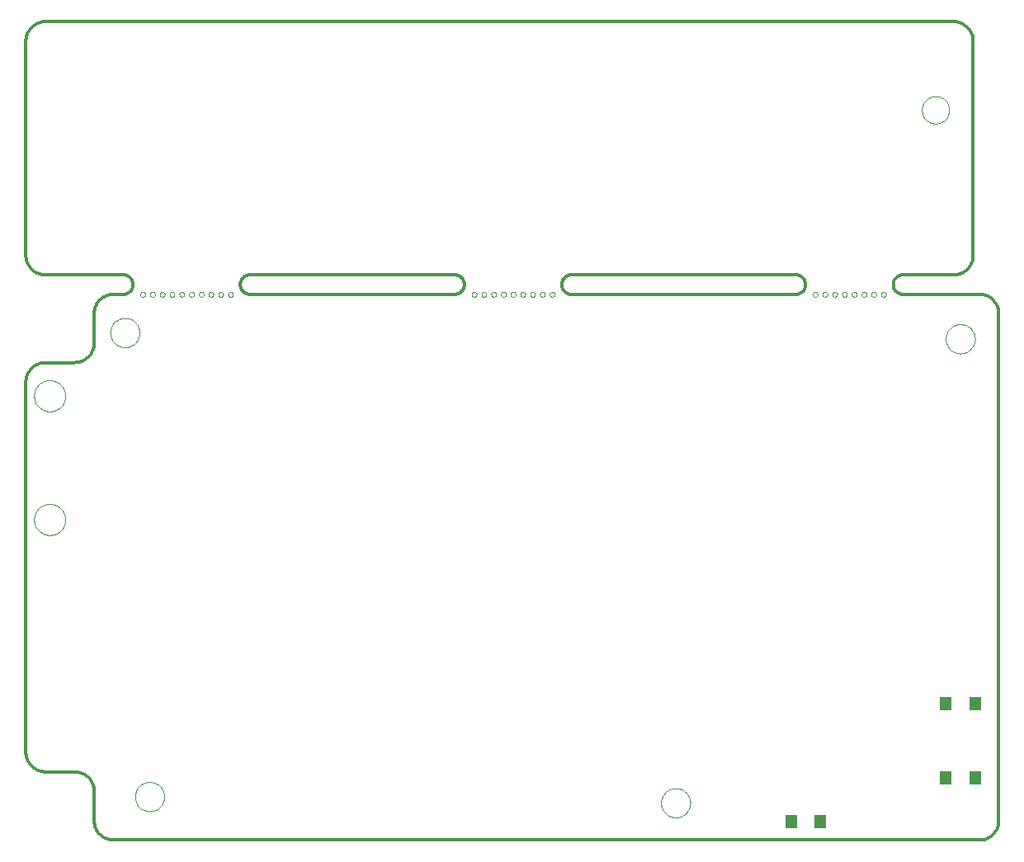
<source format=gbp>
G75*
%MOIN*%
%OFA0B0*%
%FSLAX24Y24*%
%IPPOS*%
%LPD*%
%AMOC8*
5,1,8,0,0,1.08239X$1,22.5*
%
%ADD10C,0.0120*%
%ADD11C,0.0000*%
%ADD12R,0.0472X0.0551*%
D10*
X007011Y006459D02*
X007011Y021420D01*
X007013Y021474D01*
X007018Y021527D01*
X007027Y021580D01*
X007040Y021632D01*
X007056Y021684D01*
X007076Y021734D01*
X007099Y021782D01*
X007126Y021829D01*
X007155Y021874D01*
X007188Y021917D01*
X007223Y021957D01*
X007261Y021995D01*
X007301Y022030D01*
X007344Y022063D01*
X007389Y022092D01*
X007436Y022119D01*
X007484Y022142D01*
X007534Y022162D01*
X007586Y022178D01*
X007638Y022191D01*
X007691Y022200D01*
X007744Y022205D01*
X007798Y022207D01*
X008979Y022207D01*
X008979Y022208D02*
X009033Y022210D01*
X009086Y022215D01*
X009139Y022224D01*
X009191Y022237D01*
X009243Y022253D01*
X009293Y022273D01*
X009341Y022296D01*
X009388Y022323D01*
X009433Y022352D01*
X009476Y022385D01*
X009516Y022420D01*
X009554Y022458D01*
X009589Y022498D01*
X009622Y022541D01*
X009651Y022586D01*
X009678Y022633D01*
X009701Y022681D01*
X009721Y022731D01*
X009737Y022783D01*
X009750Y022835D01*
X009759Y022888D01*
X009764Y022941D01*
X009766Y022995D01*
X009767Y022995D02*
X009767Y024176D01*
X009769Y024230D01*
X009774Y024283D01*
X009783Y024336D01*
X009796Y024388D01*
X009812Y024440D01*
X009832Y024490D01*
X009855Y024538D01*
X009882Y024585D01*
X009911Y024630D01*
X009944Y024673D01*
X009979Y024713D01*
X010017Y024751D01*
X010057Y024786D01*
X010100Y024819D01*
X010145Y024848D01*
X010192Y024875D01*
X010240Y024898D01*
X010290Y024918D01*
X010342Y024934D01*
X010394Y024947D01*
X010447Y024956D01*
X010500Y024961D01*
X010554Y024963D01*
X010948Y024963D01*
X010987Y024965D01*
X011025Y024971D01*
X011062Y024980D01*
X011099Y024993D01*
X011134Y025010D01*
X011167Y025029D01*
X011198Y025052D01*
X011227Y025078D01*
X011253Y025107D01*
X011276Y025138D01*
X011295Y025171D01*
X011312Y025206D01*
X011325Y025243D01*
X011334Y025280D01*
X011340Y025318D01*
X011342Y025357D01*
X011340Y025396D01*
X011334Y025434D01*
X011325Y025471D01*
X011312Y025508D01*
X011295Y025543D01*
X011276Y025576D01*
X011253Y025607D01*
X011227Y025636D01*
X011198Y025662D01*
X011167Y025685D01*
X011134Y025704D01*
X011099Y025721D01*
X011062Y025734D01*
X011025Y025743D01*
X010987Y025749D01*
X010948Y025751D01*
X007798Y025751D01*
X007744Y025753D01*
X007691Y025758D01*
X007638Y025767D01*
X007586Y025780D01*
X007534Y025796D01*
X007484Y025816D01*
X007436Y025839D01*
X007389Y025866D01*
X007344Y025895D01*
X007301Y025928D01*
X007261Y025963D01*
X007223Y026001D01*
X007188Y026041D01*
X007155Y026084D01*
X007126Y026129D01*
X007099Y026176D01*
X007076Y026224D01*
X007056Y026274D01*
X007040Y026326D01*
X007027Y026378D01*
X007018Y026431D01*
X007013Y026484D01*
X007011Y026538D01*
X007011Y035199D01*
X007013Y035253D01*
X007018Y035306D01*
X007027Y035359D01*
X007040Y035411D01*
X007056Y035463D01*
X007076Y035513D01*
X007099Y035561D01*
X007126Y035608D01*
X007155Y035653D01*
X007188Y035696D01*
X007223Y035736D01*
X007261Y035774D01*
X007301Y035809D01*
X007344Y035842D01*
X007389Y035871D01*
X007436Y035898D01*
X007484Y035921D01*
X007534Y035941D01*
X007586Y035957D01*
X007638Y035970D01*
X007691Y035979D01*
X007744Y035984D01*
X007798Y035986D01*
X007798Y035987D02*
X044491Y035987D01*
X044491Y035986D02*
X044545Y035984D01*
X044598Y035979D01*
X044651Y035970D01*
X044703Y035957D01*
X044755Y035941D01*
X044805Y035921D01*
X044853Y035898D01*
X044900Y035871D01*
X044945Y035842D01*
X044988Y035809D01*
X045028Y035774D01*
X045066Y035736D01*
X045101Y035696D01*
X045134Y035653D01*
X045163Y035608D01*
X045190Y035561D01*
X045213Y035513D01*
X045233Y035463D01*
X045249Y035411D01*
X045262Y035359D01*
X045271Y035306D01*
X045276Y035253D01*
X045278Y035199D01*
X045279Y035199D02*
X045279Y026538D01*
X045278Y026538D02*
X045276Y026484D01*
X045271Y026431D01*
X045262Y026378D01*
X045249Y026326D01*
X045233Y026274D01*
X045213Y026224D01*
X045190Y026176D01*
X045163Y026129D01*
X045134Y026084D01*
X045101Y026041D01*
X045066Y026001D01*
X045028Y025963D01*
X044988Y025928D01*
X044945Y025895D01*
X044900Y025866D01*
X044853Y025839D01*
X044805Y025816D01*
X044755Y025796D01*
X044703Y025780D01*
X044651Y025767D01*
X044598Y025758D01*
X044545Y025753D01*
X044491Y025751D01*
X042444Y025751D01*
X042405Y025749D01*
X042367Y025743D01*
X042330Y025734D01*
X042293Y025721D01*
X042258Y025704D01*
X042225Y025685D01*
X042194Y025662D01*
X042165Y025636D01*
X042139Y025607D01*
X042116Y025576D01*
X042097Y025543D01*
X042080Y025508D01*
X042067Y025471D01*
X042058Y025434D01*
X042052Y025396D01*
X042050Y025357D01*
X042052Y025318D01*
X042058Y025280D01*
X042067Y025243D01*
X042080Y025206D01*
X042097Y025171D01*
X042116Y025138D01*
X042139Y025107D01*
X042165Y025078D01*
X042194Y025052D01*
X042225Y025029D01*
X042258Y025010D01*
X042293Y024993D01*
X042330Y024980D01*
X042367Y024971D01*
X042405Y024965D01*
X042444Y024963D01*
X045594Y024963D01*
X045593Y024963D02*
X045647Y024958D01*
X045699Y024950D01*
X045751Y024938D01*
X045802Y024922D01*
X045852Y024902D01*
X045901Y024879D01*
X045947Y024853D01*
X045991Y024823D01*
X046034Y024790D01*
X046074Y024754D01*
X046111Y024716D01*
X046145Y024675D01*
X046176Y024632D01*
X046205Y024586D01*
X046229Y024539D01*
X046251Y024490D01*
X046269Y024440D01*
X046283Y024388D01*
X046293Y024336D01*
X046300Y024282D01*
X046303Y024229D01*
X046302Y024176D01*
X046302Y003703D01*
X046303Y003650D01*
X046300Y003597D01*
X046293Y003543D01*
X046283Y003491D01*
X046269Y003439D01*
X046251Y003389D01*
X046229Y003340D01*
X046205Y003293D01*
X046176Y003247D01*
X046145Y003204D01*
X046111Y003163D01*
X046074Y003125D01*
X046034Y003089D01*
X045991Y003056D01*
X045947Y003026D01*
X045901Y003000D01*
X045852Y002977D01*
X045802Y002957D01*
X045751Y002941D01*
X045699Y002929D01*
X045647Y002921D01*
X045593Y002916D01*
X045594Y002916D02*
X010554Y002916D01*
X010500Y002918D01*
X010447Y002923D01*
X010394Y002932D01*
X010342Y002945D01*
X010290Y002961D01*
X010240Y002981D01*
X010192Y003004D01*
X010145Y003031D01*
X010100Y003060D01*
X010057Y003093D01*
X010017Y003128D01*
X009979Y003166D01*
X009944Y003206D01*
X009911Y003249D01*
X009882Y003294D01*
X009855Y003341D01*
X009832Y003389D01*
X009812Y003439D01*
X009796Y003491D01*
X009783Y003543D01*
X009774Y003596D01*
X009769Y003649D01*
X009767Y003703D01*
X009767Y004884D01*
X009766Y004884D02*
X009764Y004938D01*
X009759Y004991D01*
X009750Y005044D01*
X009737Y005096D01*
X009721Y005148D01*
X009701Y005198D01*
X009678Y005246D01*
X009651Y005293D01*
X009622Y005338D01*
X009589Y005381D01*
X009554Y005421D01*
X009516Y005459D01*
X009476Y005494D01*
X009433Y005527D01*
X009388Y005556D01*
X009341Y005583D01*
X009293Y005606D01*
X009243Y005626D01*
X009191Y005642D01*
X009139Y005655D01*
X009086Y005664D01*
X009033Y005669D01*
X008979Y005671D01*
X008979Y005672D02*
X007798Y005672D01*
X007744Y005674D01*
X007691Y005679D01*
X007638Y005688D01*
X007586Y005701D01*
X007534Y005717D01*
X007484Y005737D01*
X007436Y005760D01*
X007389Y005787D01*
X007344Y005816D01*
X007301Y005849D01*
X007261Y005884D01*
X007223Y005922D01*
X007188Y005962D01*
X007155Y006005D01*
X007126Y006050D01*
X007099Y006097D01*
X007076Y006145D01*
X007056Y006195D01*
X007040Y006247D01*
X007027Y006299D01*
X007018Y006352D01*
X007013Y006405D01*
X007011Y006459D01*
X016066Y024963D02*
X024334Y024963D01*
X024373Y024965D01*
X024411Y024971D01*
X024448Y024980D01*
X024485Y024993D01*
X024520Y025010D01*
X024553Y025029D01*
X024584Y025052D01*
X024613Y025078D01*
X024639Y025107D01*
X024662Y025138D01*
X024681Y025171D01*
X024698Y025206D01*
X024711Y025243D01*
X024720Y025280D01*
X024726Y025318D01*
X024728Y025357D01*
X024726Y025396D01*
X024720Y025434D01*
X024711Y025471D01*
X024698Y025508D01*
X024681Y025543D01*
X024662Y025576D01*
X024639Y025607D01*
X024613Y025636D01*
X024584Y025662D01*
X024553Y025685D01*
X024520Y025704D01*
X024485Y025721D01*
X024448Y025734D01*
X024411Y025743D01*
X024373Y025749D01*
X024334Y025751D01*
X016066Y025751D01*
X015672Y025357D02*
X015674Y025318D01*
X015680Y025280D01*
X015689Y025243D01*
X015702Y025206D01*
X015719Y025171D01*
X015738Y025138D01*
X015761Y025107D01*
X015787Y025078D01*
X015816Y025052D01*
X015847Y025029D01*
X015880Y025010D01*
X015915Y024993D01*
X015952Y024980D01*
X015989Y024971D01*
X016027Y024965D01*
X016066Y024963D01*
X015672Y025357D02*
X015674Y025396D01*
X015680Y025434D01*
X015689Y025471D01*
X015702Y025508D01*
X015719Y025543D01*
X015738Y025576D01*
X015761Y025607D01*
X015787Y025636D01*
X015816Y025662D01*
X015847Y025685D01*
X015880Y025704D01*
X015915Y025721D01*
X015952Y025734D01*
X015989Y025743D01*
X016027Y025749D01*
X016066Y025751D01*
X029058Y025751D02*
X038113Y025751D01*
X038507Y025357D02*
X038505Y025318D01*
X038499Y025280D01*
X038490Y025243D01*
X038477Y025206D01*
X038460Y025171D01*
X038441Y025138D01*
X038418Y025107D01*
X038392Y025078D01*
X038363Y025052D01*
X038332Y025029D01*
X038299Y025010D01*
X038264Y024993D01*
X038227Y024980D01*
X038190Y024971D01*
X038152Y024965D01*
X038113Y024963D01*
X029058Y024963D01*
X028664Y025357D02*
X028666Y025396D01*
X028672Y025434D01*
X028681Y025471D01*
X028694Y025508D01*
X028711Y025543D01*
X028730Y025576D01*
X028753Y025607D01*
X028779Y025636D01*
X028808Y025662D01*
X028839Y025685D01*
X028872Y025704D01*
X028907Y025721D01*
X028944Y025734D01*
X028981Y025743D01*
X029019Y025749D01*
X029058Y025751D01*
X028664Y025357D02*
X028666Y025318D01*
X028672Y025280D01*
X028681Y025243D01*
X028694Y025206D01*
X028711Y025171D01*
X028730Y025138D01*
X028753Y025107D01*
X028779Y025078D01*
X028808Y025052D01*
X028839Y025029D01*
X028872Y025010D01*
X028907Y024993D01*
X028944Y024980D01*
X028981Y024971D01*
X029019Y024965D01*
X029058Y024963D01*
X038113Y025751D02*
X038152Y025749D01*
X038190Y025743D01*
X038227Y025734D01*
X038264Y025721D01*
X038299Y025704D01*
X038332Y025685D01*
X038363Y025662D01*
X038392Y025636D01*
X038418Y025607D01*
X038441Y025576D01*
X038460Y025543D01*
X038477Y025508D01*
X038490Y025471D01*
X038499Y025434D01*
X038505Y025396D01*
X038507Y025357D01*
D11*
X038803Y024963D02*
X038805Y024982D01*
X038810Y025001D01*
X038820Y025017D01*
X038832Y025032D01*
X038847Y025044D01*
X038863Y025054D01*
X038882Y025059D01*
X038901Y025061D01*
X038920Y025059D01*
X038939Y025054D01*
X038955Y025044D01*
X038970Y025032D01*
X038982Y025017D01*
X038992Y025001D01*
X038997Y024982D01*
X038999Y024963D01*
X038997Y024944D01*
X038992Y024925D01*
X038982Y024909D01*
X038970Y024894D01*
X038955Y024882D01*
X038939Y024872D01*
X038920Y024867D01*
X038901Y024865D01*
X038882Y024867D01*
X038863Y024872D01*
X038847Y024882D01*
X038832Y024894D01*
X038820Y024909D01*
X038810Y024925D01*
X038805Y024944D01*
X038803Y024963D01*
X039196Y024963D02*
X039198Y024982D01*
X039203Y025001D01*
X039213Y025017D01*
X039225Y025032D01*
X039240Y025044D01*
X039256Y025054D01*
X039275Y025059D01*
X039294Y025061D01*
X039313Y025059D01*
X039332Y025054D01*
X039348Y025044D01*
X039363Y025032D01*
X039375Y025017D01*
X039385Y025001D01*
X039390Y024982D01*
X039392Y024963D01*
X039390Y024944D01*
X039385Y024925D01*
X039375Y024909D01*
X039363Y024894D01*
X039348Y024882D01*
X039332Y024872D01*
X039313Y024867D01*
X039294Y024865D01*
X039275Y024867D01*
X039256Y024872D01*
X039240Y024882D01*
X039225Y024894D01*
X039213Y024909D01*
X039203Y024925D01*
X039198Y024944D01*
X039196Y024963D01*
X039590Y024963D02*
X039592Y024982D01*
X039597Y025001D01*
X039607Y025017D01*
X039619Y025032D01*
X039634Y025044D01*
X039650Y025054D01*
X039669Y025059D01*
X039688Y025061D01*
X039707Y025059D01*
X039726Y025054D01*
X039742Y025044D01*
X039757Y025032D01*
X039769Y025017D01*
X039779Y025001D01*
X039784Y024982D01*
X039786Y024963D01*
X039784Y024944D01*
X039779Y024925D01*
X039769Y024909D01*
X039757Y024894D01*
X039742Y024882D01*
X039726Y024872D01*
X039707Y024867D01*
X039688Y024865D01*
X039669Y024867D01*
X039650Y024872D01*
X039634Y024882D01*
X039619Y024894D01*
X039607Y024909D01*
X039597Y024925D01*
X039592Y024944D01*
X039590Y024963D01*
X039984Y024963D02*
X039986Y024982D01*
X039991Y025001D01*
X040001Y025017D01*
X040013Y025032D01*
X040028Y025044D01*
X040044Y025054D01*
X040063Y025059D01*
X040082Y025061D01*
X040101Y025059D01*
X040120Y025054D01*
X040136Y025044D01*
X040151Y025032D01*
X040163Y025017D01*
X040173Y025001D01*
X040178Y024982D01*
X040180Y024963D01*
X040178Y024944D01*
X040173Y024925D01*
X040163Y024909D01*
X040151Y024894D01*
X040136Y024882D01*
X040120Y024872D01*
X040101Y024867D01*
X040082Y024865D01*
X040063Y024867D01*
X040044Y024872D01*
X040028Y024882D01*
X040013Y024894D01*
X040001Y024909D01*
X039991Y024925D01*
X039986Y024944D01*
X039984Y024963D01*
X040377Y024963D02*
X040379Y024982D01*
X040384Y025001D01*
X040394Y025017D01*
X040406Y025032D01*
X040421Y025044D01*
X040437Y025054D01*
X040456Y025059D01*
X040475Y025061D01*
X040494Y025059D01*
X040513Y025054D01*
X040529Y025044D01*
X040544Y025032D01*
X040556Y025017D01*
X040566Y025001D01*
X040571Y024982D01*
X040573Y024963D01*
X040571Y024944D01*
X040566Y024925D01*
X040556Y024909D01*
X040544Y024894D01*
X040529Y024882D01*
X040513Y024872D01*
X040494Y024867D01*
X040475Y024865D01*
X040456Y024867D01*
X040437Y024872D01*
X040421Y024882D01*
X040406Y024894D01*
X040394Y024909D01*
X040384Y024925D01*
X040379Y024944D01*
X040377Y024963D01*
X040771Y024963D02*
X040773Y024982D01*
X040778Y025001D01*
X040788Y025017D01*
X040800Y025032D01*
X040815Y025044D01*
X040831Y025054D01*
X040850Y025059D01*
X040869Y025061D01*
X040888Y025059D01*
X040907Y025054D01*
X040923Y025044D01*
X040938Y025032D01*
X040950Y025017D01*
X040960Y025001D01*
X040965Y024982D01*
X040967Y024963D01*
X040965Y024944D01*
X040960Y024925D01*
X040950Y024909D01*
X040938Y024894D01*
X040923Y024882D01*
X040907Y024872D01*
X040888Y024867D01*
X040869Y024865D01*
X040850Y024867D01*
X040831Y024872D01*
X040815Y024882D01*
X040800Y024894D01*
X040788Y024909D01*
X040778Y024925D01*
X040773Y024944D01*
X040771Y024963D01*
X041165Y024963D02*
X041167Y024982D01*
X041172Y025001D01*
X041182Y025017D01*
X041194Y025032D01*
X041209Y025044D01*
X041225Y025054D01*
X041244Y025059D01*
X041263Y025061D01*
X041282Y025059D01*
X041301Y025054D01*
X041317Y025044D01*
X041332Y025032D01*
X041344Y025017D01*
X041354Y025001D01*
X041359Y024982D01*
X041361Y024963D01*
X041359Y024944D01*
X041354Y024925D01*
X041344Y024909D01*
X041332Y024894D01*
X041317Y024882D01*
X041301Y024872D01*
X041282Y024867D01*
X041263Y024865D01*
X041244Y024867D01*
X041225Y024872D01*
X041209Y024882D01*
X041194Y024894D01*
X041182Y024909D01*
X041172Y024925D01*
X041167Y024944D01*
X041165Y024963D01*
X041558Y024963D02*
X041560Y024982D01*
X041565Y025001D01*
X041575Y025017D01*
X041587Y025032D01*
X041602Y025044D01*
X041618Y025054D01*
X041637Y025059D01*
X041656Y025061D01*
X041675Y025059D01*
X041694Y025054D01*
X041710Y025044D01*
X041725Y025032D01*
X041737Y025017D01*
X041747Y025001D01*
X041752Y024982D01*
X041754Y024963D01*
X041752Y024944D01*
X041747Y024925D01*
X041737Y024909D01*
X041725Y024894D01*
X041710Y024882D01*
X041694Y024872D01*
X041675Y024867D01*
X041656Y024865D01*
X041637Y024867D01*
X041618Y024872D01*
X041602Y024882D01*
X041587Y024894D01*
X041575Y024909D01*
X041565Y024925D01*
X041560Y024944D01*
X041558Y024963D01*
X044170Y023166D02*
X044172Y023214D01*
X044178Y023262D01*
X044188Y023309D01*
X044201Y023355D01*
X044219Y023400D01*
X044239Y023444D01*
X044264Y023486D01*
X044292Y023525D01*
X044322Y023562D01*
X044356Y023596D01*
X044393Y023628D01*
X044431Y023657D01*
X044472Y023682D01*
X044515Y023704D01*
X044560Y023722D01*
X044606Y023736D01*
X044653Y023747D01*
X044701Y023754D01*
X044749Y023757D01*
X044797Y023756D01*
X044845Y023751D01*
X044893Y023742D01*
X044939Y023730D01*
X044984Y023713D01*
X045028Y023693D01*
X045070Y023670D01*
X045110Y023643D01*
X045148Y023613D01*
X045183Y023580D01*
X045215Y023544D01*
X045245Y023506D01*
X045271Y023465D01*
X045293Y023422D01*
X045313Y023378D01*
X045328Y023333D01*
X045340Y023286D01*
X045348Y023238D01*
X045352Y023190D01*
X045352Y023142D01*
X045348Y023094D01*
X045340Y023046D01*
X045328Y022999D01*
X045313Y022954D01*
X045293Y022910D01*
X045271Y022867D01*
X045245Y022826D01*
X045215Y022788D01*
X045183Y022752D01*
X045148Y022719D01*
X045110Y022689D01*
X045070Y022662D01*
X045028Y022639D01*
X044984Y022619D01*
X044939Y022602D01*
X044893Y022590D01*
X044845Y022581D01*
X044797Y022576D01*
X044749Y022575D01*
X044701Y022578D01*
X044653Y022585D01*
X044606Y022596D01*
X044560Y022610D01*
X044515Y022628D01*
X044472Y022650D01*
X044431Y022675D01*
X044393Y022704D01*
X044356Y022736D01*
X044322Y022770D01*
X044292Y022807D01*
X044264Y022846D01*
X044239Y022888D01*
X044219Y022932D01*
X044201Y022977D01*
X044188Y023023D01*
X044178Y023070D01*
X044172Y023118D01*
X044170Y023166D01*
X043210Y032416D02*
X043212Y032463D01*
X043218Y032509D01*
X043228Y032555D01*
X043241Y032600D01*
X043259Y032643D01*
X043280Y032685D01*
X043304Y032725D01*
X043332Y032762D01*
X043363Y032797D01*
X043397Y032830D01*
X043433Y032859D01*
X043472Y032885D01*
X043513Y032908D01*
X043556Y032927D01*
X043600Y032943D01*
X043645Y032955D01*
X043691Y032963D01*
X043738Y032967D01*
X043784Y032967D01*
X043831Y032963D01*
X043877Y032955D01*
X043922Y032943D01*
X043966Y032927D01*
X044009Y032908D01*
X044050Y032885D01*
X044089Y032859D01*
X044125Y032830D01*
X044159Y032797D01*
X044190Y032762D01*
X044218Y032725D01*
X044242Y032685D01*
X044263Y032643D01*
X044281Y032600D01*
X044294Y032555D01*
X044304Y032509D01*
X044310Y032463D01*
X044312Y032416D01*
X044310Y032369D01*
X044304Y032323D01*
X044294Y032277D01*
X044281Y032232D01*
X044263Y032189D01*
X044242Y032147D01*
X044218Y032107D01*
X044190Y032070D01*
X044159Y032035D01*
X044125Y032002D01*
X044089Y031973D01*
X044050Y031947D01*
X044009Y031924D01*
X043966Y031905D01*
X043922Y031889D01*
X043877Y031877D01*
X043831Y031869D01*
X043784Y031865D01*
X043738Y031865D01*
X043691Y031869D01*
X043645Y031877D01*
X043600Y031889D01*
X043556Y031905D01*
X043513Y031924D01*
X043472Y031947D01*
X043433Y031973D01*
X043397Y032002D01*
X043363Y032035D01*
X043332Y032070D01*
X043304Y032107D01*
X043280Y032147D01*
X043259Y032189D01*
X043241Y032232D01*
X043228Y032277D01*
X043218Y032323D01*
X043212Y032369D01*
X043210Y032416D01*
X028173Y024963D02*
X028175Y024982D01*
X028180Y025001D01*
X028190Y025017D01*
X028202Y025032D01*
X028217Y025044D01*
X028233Y025054D01*
X028252Y025059D01*
X028271Y025061D01*
X028290Y025059D01*
X028309Y025054D01*
X028325Y025044D01*
X028340Y025032D01*
X028352Y025017D01*
X028362Y025001D01*
X028367Y024982D01*
X028369Y024963D01*
X028367Y024944D01*
X028362Y024925D01*
X028352Y024909D01*
X028340Y024894D01*
X028325Y024882D01*
X028309Y024872D01*
X028290Y024867D01*
X028271Y024865D01*
X028252Y024867D01*
X028233Y024872D01*
X028217Y024882D01*
X028202Y024894D01*
X028190Y024909D01*
X028180Y024925D01*
X028175Y024944D01*
X028173Y024963D01*
X027779Y024963D02*
X027781Y024982D01*
X027786Y025001D01*
X027796Y025017D01*
X027808Y025032D01*
X027823Y025044D01*
X027839Y025054D01*
X027858Y025059D01*
X027877Y025061D01*
X027896Y025059D01*
X027915Y025054D01*
X027931Y025044D01*
X027946Y025032D01*
X027958Y025017D01*
X027968Y025001D01*
X027973Y024982D01*
X027975Y024963D01*
X027973Y024944D01*
X027968Y024925D01*
X027958Y024909D01*
X027946Y024894D01*
X027931Y024882D01*
X027915Y024872D01*
X027896Y024867D01*
X027877Y024865D01*
X027858Y024867D01*
X027839Y024872D01*
X027823Y024882D01*
X027808Y024894D01*
X027796Y024909D01*
X027786Y024925D01*
X027781Y024944D01*
X027779Y024963D01*
X027385Y024963D02*
X027387Y024982D01*
X027392Y025001D01*
X027402Y025017D01*
X027414Y025032D01*
X027429Y025044D01*
X027445Y025054D01*
X027464Y025059D01*
X027483Y025061D01*
X027502Y025059D01*
X027521Y025054D01*
X027537Y025044D01*
X027552Y025032D01*
X027564Y025017D01*
X027574Y025001D01*
X027579Y024982D01*
X027581Y024963D01*
X027579Y024944D01*
X027574Y024925D01*
X027564Y024909D01*
X027552Y024894D01*
X027537Y024882D01*
X027521Y024872D01*
X027502Y024867D01*
X027483Y024865D01*
X027464Y024867D01*
X027445Y024872D01*
X027429Y024882D01*
X027414Y024894D01*
X027402Y024909D01*
X027392Y024925D01*
X027387Y024944D01*
X027385Y024963D01*
X026992Y024963D02*
X026994Y024982D01*
X026999Y025001D01*
X027009Y025017D01*
X027021Y025032D01*
X027036Y025044D01*
X027052Y025054D01*
X027071Y025059D01*
X027090Y025061D01*
X027109Y025059D01*
X027128Y025054D01*
X027144Y025044D01*
X027159Y025032D01*
X027171Y025017D01*
X027181Y025001D01*
X027186Y024982D01*
X027188Y024963D01*
X027186Y024944D01*
X027181Y024925D01*
X027171Y024909D01*
X027159Y024894D01*
X027144Y024882D01*
X027128Y024872D01*
X027109Y024867D01*
X027090Y024865D01*
X027071Y024867D01*
X027052Y024872D01*
X027036Y024882D01*
X027021Y024894D01*
X027009Y024909D01*
X026999Y024925D01*
X026994Y024944D01*
X026992Y024963D01*
X026598Y024963D02*
X026600Y024982D01*
X026605Y025001D01*
X026615Y025017D01*
X026627Y025032D01*
X026642Y025044D01*
X026658Y025054D01*
X026677Y025059D01*
X026696Y025061D01*
X026715Y025059D01*
X026734Y025054D01*
X026750Y025044D01*
X026765Y025032D01*
X026777Y025017D01*
X026787Y025001D01*
X026792Y024982D01*
X026794Y024963D01*
X026792Y024944D01*
X026787Y024925D01*
X026777Y024909D01*
X026765Y024894D01*
X026750Y024882D01*
X026734Y024872D01*
X026715Y024867D01*
X026696Y024865D01*
X026677Y024867D01*
X026658Y024872D01*
X026642Y024882D01*
X026627Y024894D01*
X026615Y024909D01*
X026605Y024925D01*
X026600Y024944D01*
X026598Y024963D01*
X026204Y024963D02*
X026206Y024982D01*
X026211Y025001D01*
X026221Y025017D01*
X026233Y025032D01*
X026248Y025044D01*
X026264Y025054D01*
X026283Y025059D01*
X026302Y025061D01*
X026321Y025059D01*
X026340Y025054D01*
X026356Y025044D01*
X026371Y025032D01*
X026383Y025017D01*
X026393Y025001D01*
X026398Y024982D01*
X026400Y024963D01*
X026398Y024944D01*
X026393Y024925D01*
X026383Y024909D01*
X026371Y024894D01*
X026356Y024882D01*
X026340Y024872D01*
X026321Y024867D01*
X026302Y024865D01*
X026283Y024867D01*
X026264Y024872D01*
X026248Y024882D01*
X026233Y024894D01*
X026221Y024909D01*
X026211Y024925D01*
X026206Y024944D01*
X026204Y024963D01*
X025810Y024963D02*
X025812Y024982D01*
X025817Y025001D01*
X025827Y025017D01*
X025839Y025032D01*
X025854Y025044D01*
X025870Y025054D01*
X025889Y025059D01*
X025908Y025061D01*
X025927Y025059D01*
X025946Y025054D01*
X025962Y025044D01*
X025977Y025032D01*
X025989Y025017D01*
X025999Y025001D01*
X026004Y024982D01*
X026006Y024963D01*
X026004Y024944D01*
X025999Y024925D01*
X025989Y024909D01*
X025977Y024894D01*
X025962Y024882D01*
X025946Y024872D01*
X025927Y024867D01*
X025908Y024865D01*
X025889Y024867D01*
X025870Y024872D01*
X025854Y024882D01*
X025839Y024894D01*
X025827Y024909D01*
X025817Y024925D01*
X025812Y024944D01*
X025810Y024963D01*
X025417Y024963D02*
X025419Y024982D01*
X025424Y025001D01*
X025434Y025017D01*
X025446Y025032D01*
X025461Y025044D01*
X025477Y025054D01*
X025496Y025059D01*
X025515Y025061D01*
X025534Y025059D01*
X025553Y025054D01*
X025569Y025044D01*
X025584Y025032D01*
X025596Y025017D01*
X025606Y025001D01*
X025611Y024982D01*
X025613Y024963D01*
X025611Y024944D01*
X025606Y024925D01*
X025596Y024909D01*
X025584Y024894D01*
X025569Y024882D01*
X025553Y024872D01*
X025534Y024867D01*
X025515Y024865D01*
X025496Y024867D01*
X025477Y024872D01*
X025461Y024882D01*
X025446Y024894D01*
X025434Y024909D01*
X025424Y024925D01*
X025419Y024944D01*
X025417Y024963D01*
X025023Y024963D02*
X025025Y024982D01*
X025030Y025001D01*
X025040Y025017D01*
X025052Y025032D01*
X025067Y025044D01*
X025083Y025054D01*
X025102Y025059D01*
X025121Y025061D01*
X025140Y025059D01*
X025159Y025054D01*
X025175Y025044D01*
X025190Y025032D01*
X025202Y025017D01*
X025212Y025001D01*
X025217Y024982D01*
X025219Y024963D01*
X025217Y024944D01*
X025212Y024925D01*
X025202Y024909D01*
X025190Y024894D01*
X025175Y024882D01*
X025159Y024872D01*
X025140Y024867D01*
X025121Y024865D01*
X025102Y024867D01*
X025083Y024872D01*
X025067Y024882D01*
X025052Y024894D01*
X025040Y024909D01*
X025030Y024925D01*
X025025Y024944D01*
X025023Y024963D01*
X015181Y024963D02*
X015183Y024982D01*
X015188Y025001D01*
X015198Y025017D01*
X015210Y025032D01*
X015225Y025044D01*
X015241Y025054D01*
X015260Y025059D01*
X015279Y025061D01*
X015298Y025059D01*
X015317Y025054D01*
X015333Y025044D01*
X015348Y025032D01*
X015360Y025017D01*
X015370Y025001D01*
X015375Y024982D01*
X015377Y024963D01*
X015375Y024944D01*
X015370Y024925D01*
X015360Y024909D01*
X015348Y024894D01*
X015333Y024882D01*
X015317Y024872D01*
X015298Y024867D01*
X015279Y024865D01*
X015260Y024867D01*
X015241Y024872D01*
X015225Y024882D01*
X015210Y024894D01*
X015198Y024909D01*
X015188Y024925D01*
X015183Y024944D01*
X015181Y024963D01*
X014787Y024963D02*
X014789Y024982D01*
X014794Y025001D01*
X014804Y025017D01*
X014816Y025032D01*
X014831Y025044D01*
X014847Y025054D01*
X014866Y025059D01*
X014885Y025061D01*
X014904Y025059D01*
X014923Y025054D01*
X014939Y025044D01*
X014954Y025032D01*
X014966Y025017D01*
X014976Y025001D01*
X014981Y024982D01*
X014983Y024963D01*
X014981Y024944D01*
X014976Y024925D01*
X014966Y024909D01*
X014954Y024894D01*
X014939Y024882D01*
X014923Y024872D01*
X014904Y024867D01*
X014885Y024865D01*
X014866Y024867D01*
X014847Y024872D01*
X014831Y024882D01*
X014816Y024894D01*
X014804Y024909D01*
X014794Y024925D01*
X014789Y024944D01*
X014787Y024963D01*
X014393Y024963D02*
X014395Y024982D01*
X014400Y025001D01*
X014410Y025017D01*
X014422Y025032D01*
X014437Y025044D01*
X014453Y025054D01*
X014472Y025059D01*
X014491Y025061D01*
X014510Y025059D01*
X014529Y025054D01*
X014545Y025044D01*
X014560Y025032D01*
X014572Y025017D01*
X014582Y025001D01*
X014587Y024982D01*
X014589Y024963D01*
X014587Y024944D01*
X014582Y024925D01*
X014572Y024909D01*
X014560Y024894D01*
X014545Y024882D01*
X014529Y024872D01*
X014510Y024867D01*
X014491Y024865D01*
X014472Y024867D01*
X014453Y024872D01*
X014437Y024882D01*
X014422Y024894D01*
X014410Y024909D01*
X014400Y024925D01*
X014395Y024944D01*
X014393Y024963D01*
X013999Y024963D02*
X014001Y024982D01*
X014006Y025001D01*
X014016Y025017D01*
X014028Y025032D01*
X014043Y025044D01*
X014059Y025054D01*
X014078Y025059D01*
X014097Y025061D01*
X014116Y025059D01*
X014135Y025054D01*
X014151Y025044D01*
X014166Y025032D01*
X014178Y025017D01*
X014188Y025001D01*
X014193Y024982D01*
X014195Y024963D01*
X014193Y024944D01*
X014188Y024925D01*
X014178Y024909D01*
X014166Y024894D01*
X014151Y024882D01*
X014135Y024872D01*
X014116Y024867D01*
X014097Y024865D01*
X014078Y024867D01*
X014059Y024872D01*
X014043Y024882D01*
X014028Y024894D01*
X014016Y024909D01*
X014006Y024925D01*
X014001Y024944D01*
X013999Y024963D01*
X013606Y024963D02*
X013608Y024982D01*
X013613Y025001D01*
X013623Y025017D01*
X013635Y025032D01*
X013650Y025044D01*
X013666Y025054D01*
X013685Y025059D01*
X013704Y025061D01*
X013723Y025059D01*
X013742Y025054D01*
X013758Y025044D01*
X013773Y025032D01*
X013785Y025017D01*
X013795Y025001D01*
X013800Y024982D01*
X013802Y024963D01*
X013800Y024944D01*
X013795Y024925D01*
X013785Y024909D01*
X013773Y024894D01*
X013758Y024882D01*
X013742Y024872D01*
X013723Y024867D01*
X013704Y024865D01*
X013685Y024867D01*
X013666Y024872D01*
X013650Y024882D01*
X013635Y024894D01*
X013623Y024909D01*
X013613Y024925D01*
X013608Y024944D01*
X013606Y024963D01*
X013212Y024963D02*
X013214Y024982D01*
X013219Y025001D01*
X013229Y025017D01*
X013241Y025032D01*
X013256Y025044D01*
X013272Y025054D01*
X013291Y025059D01*
X013310Y025061D01*
X013329Y025059D01*
X013348Y025054D01*
X013364Y025044D01*
X013379Y025032D01*
X013391Y025017D01*
X013401Y025001D01*
X013406Y024982D01*
X013408Y024963D01*
X013406Y024944D01*
X013401Y024925D01*
X013391Y024909D01*
X013379Y024894D01*
X013364Y024882D01*
X013348Y024872D01*
X013329Y024867D01*
X013310Y024865D01*
X013291Y024867D01*
X013272Y024872D01*
X013256Y024882D01*
X013241Y024894D01*
X013229Y024909D01*
X013219Y024925D01*
X013214Y024944D01*
X013212Y024963D01*
X012818Y024963D02*
X012820Y024982D01*
X012825Y025001D01*
X012835Y025017D01*
X012847Y025032D01*
X012862Y025044D01*
X012878Y025054D01*
X012897Y025059D01*
X012916Y025061D01*
X012935Y025059D01*
X012954Y025054D01*
X012970Y025044D01*
X012985Y025032D01*
X012997Y025017D01*
X013007Y025001D01*
X013012Y024982D01*
X013014Y024963D01*
X013012Y024944D01*
X013007Y024925D01*
X012997Y024909D01*
X012985Y024894D01*
X012970Y024882D01*
X012954Y024872D01*
X012935Y024867D01*
X012916Y024865D01*
X012897Y024867D01*
X012878Y024872D01*
X012862Y024882D01*
X012847Y024894D01*
X012835Y024909D01*
X012825Y024925D01*
X012820Y024944D01*
X012818Y024963D01*
X012425Y024963D02*
X012427Y024982D01*
X012432Y025001D01*
X012442Y025017D01*
X012454Y025032D01*
X012469Y025044D01*
X012485Y025054D01*
X012504Y025059D01*
X012523Y025061D01*
X012542Y025059D01*
X012561Y025054D01*
X012577Y025044D01*
X012592Y025032D01*
X012604Y025017D01*
X012614Y025001D01*
X012619Y024982D01*
X012621Y024963D01*
X012619Y024944D01*
X012614Y024925D01*
X012604Y024909D01*
X012592Y024894D01*
X012577Y024882D01*
X012561Y024872D01*
X012542Y024867D01*
X012523Y024865D01*
X012504Y024867D01*
X012485Y024872D01*
X012469Y024882D01*
X012454Y024894D01*
X012442Y024909D01*
X012432Y024925D01*
X012427Y024944D01*
X012425Y024963D01*
X012031Y024963D02*
X012033Y024982D01*
X012038Y025001D01*
X012048Y025017D01*
X012060Y025032D01*
X012075Y025044D01*
X012091Y025054D01*
X012110Y025059D01*
X012129Y025061D01*
X012148Y025059D01*
X012167Y025054D01*
X012183Y025044D01*
X012198Y025032D01*
X012210Y025017D01*
X012220Y025001D01*
X012225Y024982D01*
X012227Y024963D01*
X012225Y024944D01*
X012220Y024925D01*
X012210Y024909D01*
X012198Y024894D01*
X012183Y024882D01*
X012167Y024872D01*
X012148Y024867D01*
X012129Y024865D01*
X012110Y024867D01*
X012091Y024872D01*
X012075Y024882D01*
X012060Y024894D01*
X012048Y024909D01*
X012038Y024925D01*
X012033Y024944D01*
X012031Y024963D01*
X011637Y024963D02*
X011639Y024982D01*
X011644Y025001D01*
X011654Y025017D01*
X011666Y025032D01*
X011681Y025044D01*
X011697Y025054D01*
X011716Y025059D01*
X011735Y025061D01*
X011754Y025059D01*
X011773Y025054D01*
X011789Y025044D01*
X011804Y025032D01*
X011816Y025017D01*
X011826Y025001D01*
X011831Y024982D01*
X011833Y024963D01*
X011831Y024944D01*
X011826Y024925D01*
X011816Y024909D01*
X011804Y024894D01*
X011789Y024882D01*
X011773Y024872D01*
X011754Y024867D01*
X011735Y024865D01*
X011716Y024867D01*
X011697Y024872D01*
X011681Y024882D01*
X011666Y024894D01*
X011654Y024909D01*
X011644Y024925D01*
X011639Y024944D01*
X011637Y024963D01*
X010420Y023416D02*
X010422Y023464D01*
X010428Y023512D01*
X010438Y023559D01*
X010451Y023605D01*
X010469Y023650D01*
X010489Y023694D01*
X010514Y023736D01*
X010542Y023775D01*
X010572Y023812D01*
X010606Y023846D01*
X010643Y023878D01*
X010681Y023907D01*
X010722Y023932D01*
X010765Y023954D01*
X010810Y023972D01*
X010856Y023986D01*
X010903Y023997D01*
X010951Y024004D01*
X010999Y024007D01*
X011047Y024006D01*
X011095Y024001D01*
X011143Y023992D01*
X011189Y023980D01*
X011234Y023963D01*
X011278Y023943D01*
X011320Y023920D01*
X011360Y023893D01*
X011398Y023863D01*
X011433Y023830D01*
X011465Y023794D01*
X011495Y023756D01*
X011521Y023715D01*
X011543Y023672D01*
X011563Y023628D01*
X011578Y023583D01*
X011590Y023536D01*
X011598Y023488D01*
X011602Y023440D01*
X011602Y023392D01*
X011598Y023344D01*
X011590Y023296D01*
X011578Y023249D01*
X011563Y023204D01*
X011543Y023160D01*
X011521Y023117D01*
X011495Y023076D01*
X011465Y023038D01*
X011433Y023002D01*
X011398Y022969D01*
X011360Y022939D01*
X011320Y022912D01*
X011278Y022889D01*
X011234Y022869D01*
X011189Y022852D01*
X011143Y022840D01*
X011095Y022831D01*
X011047Y022826D01*
X010999Y022825D01*
X010951Y022828D01*
X010903Y022835D01*
X010856Y022846D01*
X010810Y022860D01*
X010765Y022878D01*
X010722Y022900D01*
X010681Y022925D01*
X010643Y022954D01*
X010606Y022986D01*
X010572Y023020D01*
X010542Y023057D01*
X010514Y023096D01*
X010489Y023138D01*
X010469Y023182D01*
X010451Y023227D01*
X010438Y023273D01*
X010428Y023320D01*
X010422Y023368D01*
X010420Y023416D01*
X007341Y020863D02*
X007343Y020913D01*
X007349Y020963D01*
X007359Y021012D01*
X007373Y021060D01*
X007390Y021107D01*
X007411Y021152D01*
X007436Y021196D01*
X007464Y021237D01*
X007496Y021276D01*
X007530Y021313D01*
X007567Y021347D01*
X007607Y021377D01*
X007649Y021404D01*
X007693Y021428D01*
X007739Y021449D01*
X007786Y021465D01*
X007834Y021478D01*
X007884Y021487D01*
X007933Y021492D01*
X007984Y021493D01*
X008034Y021490D01*
X008083Y021483D01*
X008132Y021472D01*
X008180Y021457D01*
X008226Y021439D01*
X008271Y021417D01*
X008314Y021391D01*
X008355Y021362D01*
X008394Y021330D01*
X008430Y021295D01*
X008462Y021257D01*
X008492Y021217D01*
X008519Y021174D01*
X008542Y021130D01*
X008561Y021084D01*
X008577Y021036D01*
X008589Y020987D01*
X008597Y020938D01*
X008601Y020888D01*
X008601Y020838D01*
X008597Y020788D01*
X008589Y020739D01*
X008577Y020690D01*
X008561Y020642D01*
X008542Y020596D01*
X008519Y020552D01*
X008492Y020509D01*
X008462Y020469D01*
X008430Y020431D01*
X008394Y020396D01*
X008355Y020364D01*
X008314Y020335D01*
X008271Y020309D01*
X008226Y020287D01*
X008180Y020269D01*
X008132Y020254D01*
X008083Y020243D01*
X008034Y020236D01*
X007984Y020233D01*
X007933Y020234D01*
X007884Y020239D01*
X007834Y020248D01*
X007786Y020261D01*
X007739Y020277D01*
X007693Y020298D01*
X007649Y020322D01*
X007607Y020349D01*
X007567Y020379D01*
X007530Y020413D01*
X007496Y020450D01*
X007464Y020489D01*
X007436Y020530D01*
X007411Y020574D01*
X007390Y020619D01*
X007373Y020666D01*
X007359Y020714D01*
X007349Y020763D01*
X007343Y020813D01*
X007341Y020863D01*
X007341Y015863D02*
X007343Y015913D01*
X007349Y015963D01*
X007359Y016012D01*
X007373Y016060D01*
X007390Y016107D01*
X007411Y016152D01*
X007436Y016196D01*
X007464Y016237D01*
X007496Y016276D01*
X007530Y016313D01*
X007567Y016347D01*
X007607Y016377D01*
X007649Y016404D01*
X007693Y016428D01*
X007739Y016449D01*
X007786Y016465D01*
X007834Y016478D01*
X007884Y016487D01*
X007933Y016492D01*
X007984Y016493D01*
X008034Y016490D01*
X008083Y016483D01*
X008132Y016472D01*
X008180Y016457D01*
X008226Y016439D01*
X008271Y016417D01*
X008314Y016391D01*
X008355Y016362D01*
X008394Y016330D01*
X008430Y016295D01*
X008462Y016257D01*
X008492Y016217D01*
X008519Y016174D01*
X008542Y016130D01*
X008561Y016084D01*
X008577Y016036D01*
X008589Y015987D01*
X008597Y015938D01*
X008601Y015888D01*
X008601Y015838D01*
X008597Y015788D01*
X008589Y015739D01*
X008577Y015690D01*
X008561Y015642D01*
X008542Y015596D01*
X008519Y015552D01*
X008492Y015509D01*
X008462Y015469D01*
X008430Y015431D01*
X008394Y015396D01*
X008355Y015364D01*
X008314Y015335D01*
X008271Y015309D01*
X008226Y015287D01*
X008180Y015269D01*
X008132Y015254D01*
X008083Y015243D01*
X008034Y015236D01*
X007984Y015233D01*
X007933Y015234D01*
X007884Y015239D01*
X007834Y015248D01*
X007786Y015261D01*
X007739Y015277D01*
X007693Y015298D01*
X007649Y015322D01*
X007607Y015349D01*
X007567Y015379D01*
X007530Y015413D01*
X007496Y015450D01*
X007464Y015489D01*
X007436Y015530D01*
X007411Y015574D01*
X007390Y015619D01*
X007373Y015666D01*
X007359Y015714D01*
X007349Y015763D01*
X007343Y015813D01*
X007341Y015863D01*
X011420Y004666D02*
X011422Y004714D01*
X011428Y004762D01*
X011438Y004809D01*
X011451Y004855D01*
X011469Y004900D01*
X011489Y004944D01*
X011514Y004986D01*
X011542Y005025D01*
X011572Y005062D01*
X011606Y005096D01*
X011643Y005128D01*
X011681Y005157D01*
X011722Y005182D01*
X011765Y005204D01*
X011810Y005222D01*
X011856Y005236D01*
X011903Y005247D01*
X011951Y005254D01*
X011999Y005257D01*
X012047Y005256D01*
X012095Y005251D01*
X012143Y005242D01*
X012189Y005230D01*
X012234Y005213D01*
X012278Y005193D01*
X012320Y005170D01*
X012360Y005143D01*
X012398Y005113D01*
X012433Y005080D01*
X012465Y005044D01*
X012495Y005006D01*
X012521Y004965D01*
X012543Y004922D01*
X012563Y004878D01*
X012578Y004833D01*
X012590Y004786D01*
X012598Y004738D01*
X012602Y004690D01*
X012602Y004642D01*
X012598Y004594D01*
X012590Y004546D01*
X012578Y004499D01*
X012563Y004454D01*
X012543Y004410D01*
X012521Y004367D01*
X012495Y004326D01*
X012465Y004288D01*
X012433Y004252D01*
X012398Y004219D01*
X012360Y004189D01*
X012320Y004162D01*
X012278Y004139D01*
X012234Y004119D01*
X012189Y004102D01*
X012143Y004090D01*
X012095Y004081D01*
X012047Y004076D01*
X011999Y004075D01*
X011951Y004078D01*
X011903Y004085D01*
X011856Y004096D01*
X011810Y004110D01*
X011765Y004128D01*
X011722Y004150D01*
X011681Y004175D01*
X011643Y004204D01*
X011606Y004236D01*
X011572Y004270D01*
X011542Y004307D01*
X011514Y004346D01*
X011489Y004388D01*
X011469Y004432D01*
X011451Y004477D01*
X011438Y004523D01*
X011428Y004570D01*
X011422Y004618D01*
X011420Y004666D01*
X032670Y004416D02*
X032672Y004464D01*
X032678Y004512D01*
X032688Y004559D01*
X032701Y004605D01*
X032719Y004650D01*
X032739Y004694D01*
X032764Y004736D01*
X032792Y004775D01*
X032822Y004812D01*
X032856Y004846D01*
X032893Y004878D01*
X032931Y004907D01*
X032972Y004932D01*
X033015Y004954D01*
X033060Y004972D01*
X033106Y004986D01*
X033153Y004997D01*
X033201Y005004D01*
X033249Y005007D01*
X033297Y005006D01*
X033345Y005001D01*
X033393Y004992D01*
X033439Y004980D01*
X033484Y004963D01*
X033528Y004943D01*
X033570Y004920D01*
X033610Y004893D01*
X033648Y004863D01*
X033683Y004830D01*
X033715Y004794D01*
X033745Y004756D01*
X033771Y004715D01*
X033793Y004672D01*
X033813Y004628D01*
X033828Y004583D01*
X033840Y004536D01*
X033848Y004488D01*
X033852Y004440D01*
X033852Y004392D01*
X033848Y004344D01*
X033840Y004296D01*
X033828Y004249D01*
X033813Y004204D01*
X033793Y004160D01*
X033771Y004117D01*
X033745Y004076D01*
X033715Y004038D01*
X033683Y004002D01*
X033648Y003969D01*
X033610Y003939D01*
X033570Y003912D01*
X033528Y003889D01*
X033484Y003869D01*
X033439Y003852D01*
X033393Y003840D01*
X033345Y003831D01*
X033297Y003826D01*
X033249Y003825D01*
X033201Y003828D01*
X033153Y003835D01*
X033106Y003846D01*
X033060Y003860D01*
X033015Y003878D01*
X032972Y003900D01*
X032931Y003925D01*
X032893Y003954D01*
X032856Y003986D01*
X032822Y004020D01*
X032792Y004057D01*
X032764Y004096D01*
X032739Y004138D01*
X032719Y004182D01*
X032701Y004227D01*
X032688Y004273D01*
X032678Y004320D01*
X032672Y004368D01*
X032670Y004416D01*
D12*
X037920Y003666D03*
X039101Y003666D03*
X044170Y005416D03*
X045351Y005416D03*
X045351Y008416D03*
X044170Y008416D03*
M02*

</source>
